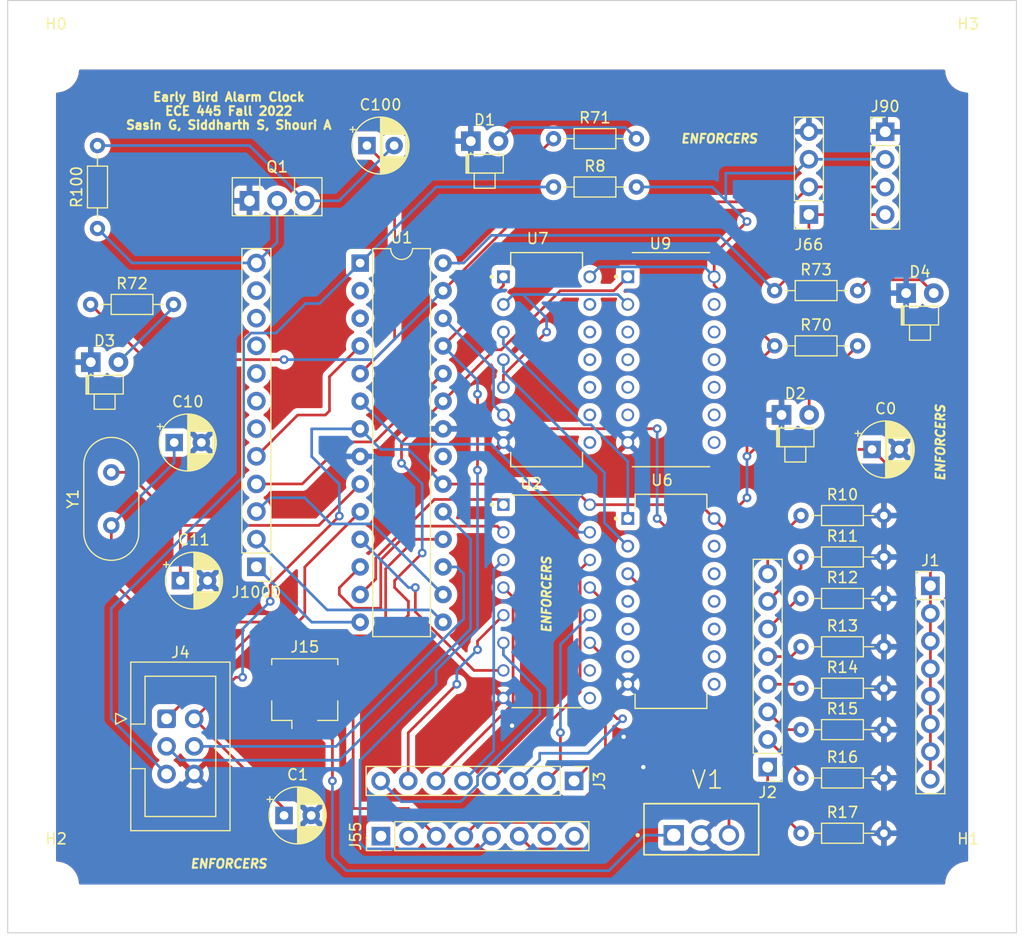
<source format=kicad_pcb>
(kicad_pcb (version 20211014) (generator pcbnew)
  (layers (0 "F.Cu" signal) (31 "B.Cu" signal) (34 "B.Paste" user) (35 "F.Paste" user) (36 "B.SilkS" user "B.Silkscreen") (37 "F.SilkS" user "F.Silkscreen") (38 "B.Mask" user) (39 "F.Mask" user) (44 "Edge.Cuts" user))
  (net 0 "")
  (net 1 "RESET")
  (net 2 "PD3")
  (net 3 "V2Out")
  (net 4 "PD4")
  (net 5 "XTAL1")
  (net 6 "XTAL2")
  (net 7 "PD5")
  (net 8 "PD6")
  (net 9 "PD7")
  (net 10 "MOSI")
  (net 11 "MISO")
  (net 12 "SCK")
  (net 14 "IN1")
  (net 15 "ULT5")
  (net 16 "IN3")
  (net 17 "ULT4")
  (net 18 "SDA")
  (net 19 "SCL")
  (net 20 "Net-(J15-Pad2)")
  (net 21 "Net-(J2-Pad8)")
  (net 22 "Net-(J2-Pad7)")
  (net 23 "Net-(J2-Pad6)")
  (net 24 "Net-(J2-Pad5)")
  (net 25 "Net-(J2-Pad4)")
  (net 26 "Net-(J2-Pad3)")
  (net 27 "Net-(J2-Pad2)")
  (net 28 "Net-(J2-Pad1)")
  (net 29 "ULT3")
  (net 30 "ULT2")
  (net 31 "ULT1")
  (net 32 "IN4")
  (net 33 "IN2")
  (net 34 "D5")
  (net 35 "D6")
  (net 36 "D4")
  (net 37 "D7")
  (net 38 "D2")
  (net 39 "D1")
  (net 40 "D3")
  (net 41 "D0")
  (net 44 "Net-(C100-Pad2)")
  (net 45 "OUT1")
  (net 46 "OUT2")
  (net 47 "OUT3")
  (net 48 "OUT4")
  (net 49 "V1Out")
  (net 50 "Net-(D3-Pad2)")
  (net 51 "GND")
  (net 52 "Net-(D4-Pad2)")
  (net 53 "Net-(U6-Pad1)")
  (net 54 "Net-(U6-Pad2)")
  (net 56 "Net-(D1-Pad2)")
  (net 57 "Net-(D2-Pad2)")
  (net 58 "Net-(J1000-Pad12)")
  (net 59 "Net-(U7-Pad2)")
  (net 60 "ENA")
  (net 61 "ENB")
  (footprint "Resistor_THT:R_Axial_DIN0204_L3.6mm_D1.6mm_P7.62mm_Horizontal" (layer "F.Cu") (at 67.31 53.975 90)
    (fp_text reference "R100")
    (fp_text value "10 kΩ")
  )
  (footprint "Resistor_THT:R_Axial_DIN0204_L3.6mm_D1.6mm_P7.62mm_Horizontal" (layer "F.Cu") (at 131.96369 104.505789)
    (fp_text reference "R16")
    (fp_text value "10 kΩ")
  )
  (footprint "Crystal:Crystal_HC49-U_Vertical" (layer "F.Cu") (at 68.58 81.28 90)
    (fp_text reference "Y1")
    (fp_text value "16 MHz")
  )
  (footprint "MountingHole:MountingHole_3.2mm_M3" (layer "F.Cu") (at 63.5 39.37)
    (fp_text reference "H0")
    (fp_text value "MountingHole")
  )
  (footprint "Connector_PinHeader_2.54mm:PinHeader_1x08_P2.54mm_Vertical" (layer "F.Cu") (at 111.11 104.775 -90)
    (fp_text reference "J3")
    (fp_text value "Shift Register Conn")
  )
  (footprint "Capacitor_THT:CP_Radial_D5.0mm_P2.50mm" (layer "F.Cu") (at 74.359888 73.66)
    (fp_text reference "C10")
    (fp_text value "22 pF")
  )
  (footprint "Connector_PinSocket_2.54mm:PinSocket_1x04_P2.54mm_Vertical" (layer "F.Cu") (at 132.69 52.695 180)
    (fp_text reference "J66")
    (fp_text value "DS3231 RTC Module")
  )
  (footprint "Capacitor_THT:CP_Radial_D5.0mm_P2.50mm" (layer "F.Cu") (at 84.455 107.95)
    (fp_text reference "C1")
    (fp_text value "10 uF")
  )
  (footprint "Resistor_THT:R_Axial_DIN0204_L3.6mm_D1.6mm_P7.62mm_Horizontal" (layer "F.Cu") (at 131.96369 92.440789)
    (fp_text reference "R13")
    (fp_text value "10 kΩ")
  )
  (footprint "or gate:DIP794W45P254L1969H508Q14" (layer "F.Cu") (at 120.015 88.265)
    (fp_text reference "U6")
    (fp_text value "74LS32")
  )
  (footprint "Connector_PinHeader_2.54mm:PinHeader_1x08_P2.54mm_Vertical" (layer "F.Cu") (at 93.36 109.855 90)
    (fp_text reference "J55")
    (fp_text value "Motor Driver Conn.")
  )
  (footprint "Capacitor_THT:CP_Radial_D5.0mm_P2.50mm" (layer "F.Cu") (at 138.494888 74.295)
    (fp_text reference "C0")
    (fp_text value "4.7 uF")
  )
  (footprint "MountingHole:MountingHole_3.2mm_M3" (layer "F.Cu") (at 147.32 114.3)
    (fp_text reference "H1")
    (fp_text value "MountingHole")
  )
  (footprint "Connector_PinHeader_2.54mm:PinHeader_1x04_P2.54mm_Vertical" (layer "F.Cu") (at 139.7 45.085)
    (fp_text reference "J90")
    (fp_text value "LCD Conn.")
  )
  (footprint "Resistor_THT:R_Axial_DIN0204_L3.6mm_D1.6mm_P7.62mm_Horizontal" (layer "F.Cu") (at 131.96369 80.375789)
    (fp_text reference "R10")
    (fp_text value "10 kΩ")
  )
  (footprint "Resistor_THT:R_Axial_DIN0204_L3.6mm_D1.6mm_P7.62mm_Horizontal" (layer "F.Cu") (at 131.96369 87.995789)
    (fp_text reference "R12")
    (fp_text value "10 kΩ")
  )
  (footprint "LED_THT:LED_D1.8mm_W1.8mm_H2.4mm_Horizontal_O1.27mm_Z1.6mm" (layer "F.Cu") (at 141.625 59.92)
    (fp_text reference "D4")
    (fp_text value "LED1")
  )
  (footprint "LED_THT:LED_D1.8mm_W1.8mm_H2.4mm_Horizontal_O1.27mm_Z1.6mm" (layer "F.Cu") (at 130.175 71.12)
    (fp_text reference "D2")
    (fp_text value "LED1")
  )
  (footprint "Resistor_THT:R_Axial_DIN0204_L3.6mm_D1.6mm_P7.62mm_Horizontal" (layer "F.Cu") (at 129.54 59.69)
    (fp_text reference "R73")
    (fp_text value "220 Ω")
  )
  (footprint "Package_DIP:DIP-28_W7.62mm" (layer "F.Cu") (at 91.45 57.16)
    (fp_text reference "U1")
    (fp_text value "ATmega328-P")
  )
  (footprint "Connector_IDC:IDC-Header_2x03_P2.54mm_Vertical" (layer "F.Cu") (at 73.66 99.06)
    (fp_text reference "J4")
    (fp_text value "AVR-ISP-6")
  )
  (footprint "Connector_PinHeader_2.54mm:PinHeader_1x08_P2.54mm_Vertical" (layer "F.Cu") (at 143.856304 86.840768)
    (fp_text reference "J1")
    (fp_text value "Volt. Conn.")
  )
  (footprint "CD74HC165E:DIP794W45P254L1969H508Q16" (layer "F.Cu") (at 108.585 88.265)
    (fp_text reference "U2")
    (fp_text value "74HC165")
  )
  (footprint "Resistor_THT:R_Axial_DIN0204_L3.6mm_D1.6mm_P7.62mm_Horizontal" (layer "F.Cu") (at 129.54 64.77)
    (fp_text reference "R70")
    (fp_text value "220 Ω")
  )
  (footprint "notgate:DIP794W46P254L1969H533Q14" (layer "F.Cu") (at 120.015 66.04)
    (fp_text reference "U9")
    (fp_text value "74LS04")
  )
  (footprint "Resistor_THT:R_Axial_DIN0204_L3.6mm_D1.6mm_P7.62mm_Horizontal" (layer "F.Cu") (at 131.96369 109.585789)
    (fp_text reference "R17")
    (fp_text value "10 kΩ")
  )
  (footprint "Resistor_THT:R_Axial_DIN0204_L3.6mm_D1.6mm_P7.62mm_Horizontal" (layer "F.Cu") (at 109.22 45.72)
    (fp_text reference "R71")
    (fp_text value "220 Ω")
  )
  (footprint "Package_TO_SOT_THT:TO-126-3_Vertical" (layer "F.Cu") (at 81.28 51.435)
    (fp_text reference "Q1")
    (fp_text value "BD135")
  )
  (footprint "Connector_Molex:Molex_CLIK-Mate_502382-0270_1x02-1MP_P1.25mm_Vertical" (layer "F.Cu") (at 86.36 97.155)
    (fp_text reference "J15")
    (fp_text value "Vin")
  )
  (footprint "MountingHole:MountingHole_3.2mm_M3" (layer "F.Cu") (at 63.5 114.3)
    (fp_text reference "H2")
    (fp_text value "MountingHole")
  )
  (footprint "LM7805CT_NOPB:TO254P1054X470X2600-3" (layer "F.Cu") (at 120.2675 109.768)
    (fp_text reference "V1")
    (fp_text value "5V")
  )
  (footprint "and:DIP794W45P254L1969H508Q14" (layer "F.Cu") (at 108.585 66.04)
    (fp_text reference "U7")
    (fp_text value "4081")
  )
  (footprint "Resistor_THT:R_Axial_DIN0204_L3.6mm_D1.6mm_P7.62mm_Horizontal" (layer "F.Cu") (at 131.96369 96.250789)
    (fp_text reference "R14")
    (fp_text value "10 kΩ")
  )
  (footprint "LED_THT:LED_D1.8mm_W1.8mm_H2.4mm_Horizontal_O1.27mm_Z1.6mm" (layer "F.Cu") (at 101.62 45.95)
    (fp_text reference "D1")
    (fp_text value "LED1")
  )
  (footprint "Capacitor_THT:CP_Radial_D5.0mm_P2.50mm" (layer "F.Cu") (at 74.93 86.36)
    (fp_text reference "C11")
    (fp_text value "22 pF")
  )
  (footprint "MountingHole:MountingHole_3.2mm_M3" (layer "F.Cu") (at 147.32 39.37)
    (fp_text reference "H3")
    (fp_text value "MountingHole")
  )
  (footprint "Capacitor_THT:CP_Radial_D5.0mm_P2.50mm" (layer "F.Cu") (at 92.075 46.355)
    (fp_text reference "C100")
    (fp_text value "100 uF")
  )
  (footprint "Resistor_THT:R_Axial_DIN0204_L3.6mm_D1.6mm_P7.62mm_Horizontal" (layer "F.Cu") (at 131.96369 84.185789)
    (fp_text reference "R11")
    (fp_text value "10 kΩ")
  )
  (footprint "Connector_PinHeader_2.54mm:PinHeader_1x12_P2.54mm_Vertical" (layer "F.Cu") (at 81.915 85.09 180)
    (fp_text reference "J1000")
    (fp_text value "Speaker, Driver & Ultrasonic Conn.")
  )
  (footprint "LED_THT:LED_D1.8mm_W1.8mm_H2.4mm_Horizontal_O1.27mm_Z1.6mm" (layer "F.Cu") (at 66.695 66.27)
    (fp_text reference "D3")
    (fp_text value "LED1")
  )
  (footprint "Resistor_THT:R_Axial_DIN0204_L3.6mm_D1.6mm_P7.62mm_Horizontal" (layer "F.Cu") (at 109.22 50.165)
    (fp_text reference "R8")
    (fp_text value "10kΩ")
  )
  (footprint "Connector_PinHeader_2.54mm:PinHeader_1x08_P2.54mm_Vertical" (layer "F.Cu") (at 128.905 103.505 180)
    (fp_text reference "J2")
    (fp_text value "Ground Conn.")
  )
  (footprint "Resistor_THT:R_Axial_DIN0204_L3.6mm_D1.6mm_P7.62mm_Horizontal" (layer "F.Cu") (at 131.96369 100.060789)
    (fp_text reference "R15")
    (fp_text value "10 kΩ")
  )
  (footprint "Resistor_THT:R_Axial_DIN0204_L3.6mm_D1.6mm_P7.62mm_Horizontal" (layer "F.Cu") (at 66.675 60.96)
    (fp_text reference "R72")
    (fp_text value "220 Ω")
  )
  (gr_rect (start 59.055 33.02) (end 151.765 118.745) (layer "Edge.Cuts") (width 0.1) (fill none))
  (gr_text "ENFORCERS" (at 108.585 87.63 90) (layer "F.SilkS") (effects (font (size 0.8 0.8) (thickness 0.2) italic)))
  (gr_text "ENFORCERS\n" (at 79.375 112.395) (layer "F.SilkS") (effects (font (size 0.8 0.8) (thickness 0.2) italic)))
  (gr_text "ENFORCERS" (at 124.46 45.72) (layer "F.SilkS") (effects (font (size 0.8 0.8) (thickness 0.2) italic)))
  (gr_text "ENFORCERS" (at 144.78 73.66 90) (layer "F.SilkS") (effects (font (size 0.8 0.8) (thickness 0.2) italic)))
  (gr_text "Early Bird Alarm Clock\nECE 445 Fall 2022\nSasin G, Siddharth S, Shouri A" (at 79.375 43.18) (layer "F.SilkS") (effects (font (size 0.8 0.8) (thickness 0.2))))
  (segment (start 109.22 50.165) (end 98.445 50.165) (width 0.25) (layer "B.Cu") (net 1))
  (segment (start 68.58 88.9) (end 80.74 76.74) (width 0.25) (layer "B.Cu") (net 1))
  (segment (start 86.44 60.88) (end 87.73 60.88) (width 0.25) (layer "B.Cu") (net 1))
  (segment (start 81.428299 63.595) (end 83.725 63.595) (width 0.25) (layer "B.Cu") (net 1))
  (segment (start 73.66 104.14) (end 68.58 99.06) (width 0.25) (layer "B.Cu") (net 1))
  (segment (start 80.74 64.283299) (end 81.428299 63.595) (width 0.25) (layer "B.Cu") (net 1))
  (segment (start 68.58 99.06) (end 68.58 88.9) (width 0.25) (layer "B.Cu") (net 1))
  (segment (start 80.74 76.74) (end 80.74 64.283299) (width 0.25) (layer "B.Cu") (net 1))
  (segment (start 98.445 50.165) (end 91.45 57.16) (width 0.25) (layer "B.Cu") (net 1))
  (segment (start 87.73 60.88) (end 91.45 57.16) (width 0.25) (layer "B.Cu") (net 1))
  (segment (start 83.725 63.595) (end 86.44 60.88) (width 0.25) (layer "B.Cu") (net 1))
  (segment (start 94.615 64.155) (end 91.45 67.32) (width 0.25) (layer "F.Cu") (net 2))
  (segment (start 106.045 48.895) (end 94.615 48.895) (width 0.25) (layer "F.Cu") (net 2))
  (segment (start 109.22 45.72) (end 106.045 48.895) (width 0.25) (layer "F.Cu") (net 2))
  (segment (start 94.615 48.895) (end 94.615 64.155) (width 0.25) (layer "F.Cu") (net 2))
  (segment (start 92.075 46.355) (end 94.615 48.895) (width 0.25) (layer "F.Cu") (net 2))
  (segment (start 91.45 69.86) (end 95.405 73.815) (width 0.25) (layer "B.Cu") (net 4))
  (segment (start 95.405 73.815) (end 103.483065 73.815) (width 0.25) (layer "B.Cu") (net 4))
  (segment (start 111.583065 81.915) (end 112.555 81.915) (width 0.25) (layer "B.Cu") (net 4))
  (segment (start 103.483065 73.815) (end 111.583065 81.915) (width 0.25) (layer "B.Cu") (net 4))
  (segment (start 74.93 81.28) (end 74.93 86.36) (width 0.25) (layer "F.Cu") (net 5))
  (segment (start 87.65 81.28) (end 74.93 81.28) (width 0.25) (layer "F.Cu") (net 5))
  (segment (start 91.45 77.48) (end 87.65 81.28) (width 0.25) (layer "F.Cu") (net 5))
  (segment (start 68.58 76.4) (end 70.05 76.4) (width 0.25) (layer "F.Cu") (net 5))
  (segment (start 70.05 76.4) (end 74.93 81.28) (width 0.25) (layer "F.Cu") (net 5))
  (segment (start 91.45 80.02) (end 86.36 85.11) (width 0.25) (layer "F.Cu") (net 6))
  (segment (start 68.58 86.36) (end 68.58 81.28) (width 0.25) (layer "F.Cu") (net 6))
  (segment (start 86.36 85.11) (end 86.36 89.535) (width 0.25) (layer "F.Cu") (net 6))
  (segment (start 85.725 90.17) (end 72.39 90.17) (width 0.25) (layer "F.Cu") (net 6))
  (segment (start 86.36 89.535) (end 85.725 90.17) (width 0.25) (layer "F.Cu") (net 6))
  (segment (start 72.39 90.17) (end 68.58 86.36) (width 0.25) (layer "F.Cu") (net 6))
  (segment (start 74.359888 75.500112) (end 68.58 81.28) (width 0.25) (layer "B.Cu") (net 6))
  (segment (start 74.359888 73.66) (end 74.359888 75.500112) (width 0.25) (layer "B.Cu") (net 6))
  (segment (start 96.52 89.220991) (end 101.914009 94.615) (width 0.25) (layer "F.Cu") (net 7))
  (segment (start 101.914009 94.615) (end 104.615 94.615) (width 0.25) (layer "F.Cu") (net 7))
  (segment (start 96.52 86.995) (end 96.52 89.220991) (width 0.25) (layer "F.Cu") (net 7))
  (via (at 96.52 86.995) (size 0.8) (drill 0.4) (layers "F.Cu" "B.Cu") (net 7))
  (segment (start 91.45 82.56) (end 95.885 86.995) (width 0.25) (layer "B.Cu") (net 7))
  (segment (start 95.885 86.995) (end 96.52 86.995) (width 0.25) (layer "B.Cu") (net 7))
  (segment (start 89.535 87.63) (end 89.535 87.015) (width 0.25) (layer "F.Cu") (net 8))
  (segment (start 93.345 84.456396) (end 93.345 88.9) (width 0.25) (layer "F.Cu") (net 8))
  (segment (start 104.615 81.915) (end 104.05 81.35) (width 0.25) (layer "F.Cu") (net 8))
  (segment (start 96.451396 81.35) (end 93.345 84.456396) (width 0.25) (layer "F.Cu") (net 8))
  (segment (start 89.535 87.015) (end 91.45 85.1) (width 0.25) (layer "F.Cu") (net 8))
  (segment (start 90.805 88.9) (end 89.535 87.63) (width 0.25) (layer "F.Cu") (net 8))
  (segment (start 93.345 88.9) (end 90.805 88.9) (width 0.25) (layer "F.Cu") (net 8))
  (segment (start 104.05 81.35) (end 96.451396 81.35) (width 0.25) (layer "F.Cu") (net 8))
  (segment (start 92.881801 84.283199) (end 92.881801 86.208199) (width 0.25) (layer "F.Cu") (net 9))
  (segment (start 104.615 79.375) (end 104.135 78.895) (width 0.25) (layer "F.Cu") (net 9))
  (segment (start 92.881801 86.208199) (end 91.45 87.64) (width 0.25) (layer "F.Cu") (net 9))
  (segment (start 104.135 78.895) (end 98.27 78.895) (width 0.25) (layer "F.Cu") (net 9))
  (segment (start 98.27 78.895) (end 92.881801 84.283199) (width 0.25) (layer "F.Cu") (net 9))
  (segment (start 100.965 85.725) (end 100.34 85.1) (width 0.25) (layer "B.Cu") (net 10))
  (segment (start 100.965 89.875991) (end 100.965 85.725) (width 0.25) (layer "B.Cu") (net 10))
  (segment (start 76.2 101.6) (end 89.240991 101.6) (width 0.25) (layer "B.Cu") (net 10))
  (segment (start 89.240991 101.6) (end 100.965 89.875991) (width 0.25) (layer "B.Cu") (net 10))
  (segment (start 100.34 85.1) (end 99.07 85.1) (width 0.25) (layer "B.Cu") (net 10))
  (segment (start 92.438602 91.44) (end 93.795 90.083602) (width 0.25) (layer "F.Cu") (net 11))
  (segment (start 93.795 90.083602) (end 93.795 85.275) (width 0.25) (layer "F.Cu") (net 11))
  (segment (start 81.28 91.44) (end 92.438602 91.44) (width 0.25) (layer "F.Cu") (net 11))
  (segment (start 96.51 82.56) (end 99.07 82.56) (width 0.25) (layer "F.Cu") (net 11))
  (segment (start 73.66 99.06) (end 81.28 91.44) (width 0.25) (layer "F.Cu") (net 11))
  (segment (start 93.795 85.275) (end 96.51 82.56) (width 0.25) (layer "F.Cu") (net 11))
  (segment (start 74.93 102.87) (end 73.66 101.6) (width 0.25) (layer "B.Cu") (net 12))
  (segment (start 101.6 82.55) (end 101.6 90.805) (width 0.25) (layer "B.Cu") (net 12))
  (segment (start 89.535 102.87) (end 74.93 102.87) (width 0.25) (layer "B.Cu") (net 12))
  (segment (start 99.07 80.02) (end 101.6 82.55) (width 0.25) (layer "B.Cu") (net 12))
  (segment (start 101.6 90.805) (end 89.535 102.87) (width 0.25) (layer "B.Cu") (net 12))
  (segment (start 109.844302 59.700698) (end 104.415 65.13) (width 0.25) (layer "F.Cu") (net 14))
  (segment (start 90.805 107.315) (end 90.805 94.615) (width 0.25) (layer "F.Cu") (net 14))
  (segment (start 98.44 109.855) (end 95.9 107.315) (width 0.25) (layer "F.Cu") (net 14))
  (segment (start 103.8 65.13) (end 99.07 69.86) (width 0.25) (layer "F.Cu") (net 14))
  (segment (start 95.9 107.315) (end 90.805 107.315) (width 0.25) (layer "F.Cu") (net 14))
  (segment (start 95.25 73.68) (end 99.07 69.86) (width 0.25) (layer "F.Cu") (net 14))
  (segment (start 95.25 75.565) (end 95.25 73.68) (width 0.25) (layer "F.Cu") (net 14))
  (segment (start 116.045 58.42) (end 114.764302 59.700698) (width 0.25) (layer "F.Cu") (net 14))
  (segment (start 104.415 65.13) (end 103.8 65.13) (width 0.25) (layer "F.Cu") (net 14))
  (segment (start 94.615 86.995) (end 94.615 86.36) (width 0.25) (layer "F.Cu") (net 14))
  (segment (start 94.615 86.36) (end 97.155 83.82) (width 0.25) (layer "F.Cu") (net 14))
  (segment (start 114.764302 59.700698) (end 109.844302 59.700698) (width 0.25) (layer "F.Cu") (net 14))
  (segment (start 95.885 88.265) (end 94.615 86.995) (width 0.25) (layer "F.Cu") (net 14))
  (segment (start 95.885 89.535) (end 95.885 88.265) (width 0.25) (layer "F.Cu") (net 14))
  (segment (start 90.805 94.615) (end 95.885 89.535) (width 0.25) (layer "F.Cu") (net 14))
  (via (at 97.155 83.82) (size 0.8) (drill 0.4) (layers "F.Cu" "B.Cu") (net 14))
  (via (at 95.25 75.565) (size 0.8) (drill 0.4) (layers "F.Cu" "B.Cu") (net 14))
  (segment (start 97.155 83.82) (end 97.155 77.47) (width 0.25) (layer "B.Cu") (net 14))
  (segment (start 97.155 77.47) (end 95.25 75.565) (width 0.25) (layer "B.Cu") (net 14))
  (segment (start 85.713222 71.131778) (end 81.915 74.93) (width 0.25) (layer "F.Cu") (net 15))
  (segment (start 88.631443 67.598557) (end 88.631443 70.753557) (width 0.25) (layer "F.Cu") (net 15))
  (segment (start 91.45 64.78) (end 88.631443 67.598557) (width 0.25) (layer "F.Cu") (net 15))
  (segment (start 88.631443 70.753557) (end 88.253222 71.131778) (width 0.25) (layer "F.Cu") (net 15))
  (segment (start 88.253222 71.131778) (end 85.713222 71.131778) (width 0.25) (layer "F.Cu") (net 15))
  (segment (start 102.235 76.2) (end 102.235 69.215) (width 0.25) (layer "F.Cu") (net 16))
  (segment (start 104.615 59.235) (end 104.615 58.42) (width 0.25) (layer "F.Cu") (net 16))
  (segment (start 99.07 64.78) (end 104.615 59.235) (width 0.25) (layer "F.Cu") (net 16))
  (via (at 102.235 69.215) (size 0.8) (drill 0.4) (layers "F.Cu" "B.Cu") (net 16))
  (via (at 102.235 76.2) (size 0.8) (drill 0.4) (layers "F.Cu" "B.Cu") (net 16))
  (segment (start 102.345 111.03) (end 91.98 111.03) (width 0.25) (layer "B.Cu") (net 16))
  (segment (start 91.44 110.49) (end 91.44 102.87) (width 0.25) (layer "B.Cu") (net 16))
  (segment (start 102.235 67.945) (end 99.07 64.78) (width 0.25) (layer "B.Cu") (net 16))
  (segment (start 102.235 69.215) (end 102.235 67.945) (width 0.25) (layer "B.Cu") (net 16))
  (segment (start 91.44 102.87) (end 98.425 95.885) (width 0.25) (layer "B.Cu") (net 16))
  (segment (start 103.52 109.855) (end 102.345 111.03) (width 0.25) (layer "B.Cu") (net 16))
  (segment (start 98.425 94.616396) (end 102.235 90.806396) (width 0.25) (layer "B.Cu") (net 16))
  (segment (start 98.425 95.885) (end 98.425 94.616396) (width 0.25) (layer "B.Cu") (net 16))
  (segment (start 91.98 111.03) (end 91.44 110.49) (width 0.25) (layer "B.Cu") (net 16))
  (segment (start 102.235 90.806396) (end 102.235 76.2) (width 0.25) (layer "B.Cu") (net 16))
  (segment (start 86.131701 77.47) (end 89.996399 73.605302) (width 0.25) (layer "F.Cu") (net 17))
  (segment (start 89.996399 73.605302) (end 92.784698 73.605302) (width 0.25) (layer "F.Cu") (net 17))
  (segment (start 92.784698 73.605302) (end 99.07 67.32) (width 0.25) (layer "F.Cu") (net 17))
  (segment (start 81.915 77.47) (end 86.131701 77.47) (width 0.25) (layer "F.Cu") (net 17))
  (segment (start 107.242821 51.527179) (end 131.317821 51.527179) (width 0.25) (layer "F.Cu") (net 18))
  (segment (start 99.07 59.7) (end 107.242821 51.527179) (width 0.25) (layer "F.Cu") (net 18))
  (segment (start 71.755 66.04) (end 66.675 60.96) (width 0.25) (layer "F.Cu") (net 18))
  (segment (start 139.69 50.155) (end 139.7 50.165) (width 0.25) (layer "F.Cu") (net 18))
  (segment (start 84.455 66.04) (end 71.755 66.04) (width 0.25) (layer "F.Cu") (net 18))
  (segment (start 131.317821 51.527179) (end 132.69 50.155) (width 0.25) (layer "F.Cu") (net 18))
  (segment (start 132.69 50.155) (end 139.69 50.155) (width 0.25) (layer "F.Cu") (net 18))
  (via (at 84.455 66.04) (size 0.8) (drill 0.4) (layers "F.Cu" "B.Cu") (net 18))
  (segment (start 99.07 59.7) (end 92.73 66.04) (width 0.25) (layer "B.Cu") (net 18))
  (segment (start 92.73 66.04) (end 84.455 66.04) (width 0.25) (layer "B.Cu") (net 18))
  (segment (start 132.7 52.705) (end 132.69 52.695) (width 0.25) (layer "F.Cu") (net 19))
  (segment (start 132.69 52.695) (end 132.69 56.54) (width 0.25) (layer "F.Cu") (net 19))
  (segment (start 139.7 52.705) (end 132.7 52.705) (width 0.25) (layer "F.Cu") (net 19))
  (segment (start 132.69 56.54) (end 129.54 59.69) (width 0.25) (layer "F.Cu") (net 19))
  (segment (start 100.955 57.16) (end 99.07 57.16) (width 0.25) (layer "B.Cu") (net 19))
  (segment (start 124.46 54.61) (end 103.505 54.61) (width 0.25) (layer "B.Cu") (net 19))
  (segment (start 129.54 59.69) (end 124.46 54.61) (width 0.25) (layer "B.Cu") (net 19))
  (segment (start 103.505 54.61) (end 100.955 57.16) (width 0.25) (layer "B.Cu") (net 19))
  (segment (start 88.9 101.02) (end 86.985 99.105) (width 0.25) (layer "F.Cu") (net 20))
  (segment (start 88.9 104.775) (end 88.9 101.02) (width 0.25) (layer "F.Cu") (net 20))
  (via (at 88.9 104.775) (size 0.8) (drill 0.4) (layers "F.Cu" "B.Cu") (net 20))
  (segment (start 117.562 109.768) (end 114.3 113.03) (width 0.25) (layer "B.Cu") (net 20))
  (segment (start 120.2675 109.768) (end 117.562 109.768) (width 0.25) (layer "B.Cu") (net 20))
  (segment (start 114.3 113.03) (end 90.17 113.03) (width 0.25) (layer "B.Cu") (net 20))
  (segment (start 88.9 111.76) (end 88.9 104.775) (width 0.25) (layer "B.Cu") (net 20))
  (segment (start 90.17 113.03) (end 88.9 111.76) (width 0.25) (layer "B.Cu") (net 20))
  (segment (start 128.905 85.725) (end 128.905 83.434479) (width 0.25) (layer "F.Cu") (net 21))
  (segment (start 128.905 83.434479) (end 131.96369 80.375789) (width 0.25) (layer "F.Cu") (net 21))
  (segment (start 131.96369 85.20631) (end 131.96369 84.185789) (width 0.25) (layer "F.Cu") (net 22))
  (segment (start 128.905 88.265) (end 131.96369 85.20631) (width 0.25) (layer "F.Cu") (net 22))
  (segment (start 128.905 90.805) (end 131.714211 87.995789) (width 0.25) (layer "F.Cu") (net 23))
  (segment (start 131.714211 87.995789) (end 131.96369 87.995789) (width 0.25) (layer "F.Cu") (net 23))
  (segment (start 128.905 93.345) (end 131.059479 93.345) (width 0.25) (layer "F.Cu") (net 24))
  (segment (start 131.059479 93.345) (end 131.96369 92.440789) (width 0.25) (layer "F.Cu") (net 24))
  (segment (start 128.905 95.885) (end 131.597901 95.885) (width 0.25) (layer "F.Cu") (net 25))
  (segment (start 131.597901 95.885) (end 131.96369 96.250789) (width 0.25) (layer "F.Cu") (net 25))
  (segment (start 128.905 98.425) (end 130.540789 100.060789) (width 0.25) (layer "F.Cu") (net 26))
  (segment (start 130.540789 100.060789) (end 131.96369 100.060789) (width 0.25) (layer "F.Cu") (net 26))
  (segment (start 131.96369 104.02369) (end 131.96369 104.505789) (width 0.25) (layer "F.Cu") (net 27))
  (segment (start 128.905 100.965) (end 131.96369 104.02369) (width 0.25) (layer "F.Cu") (net 27))
  (segment (start 128.905 106.527099) (end 131.96369 109.585789) (width 0.25) (layer "F.Cu") (net 28))
  (segment (start 128.905 103.505) (end 128.905 106.527099) (width 0.25) (layer "F.Cu") (net 28))
  (segment (start 86.36 78.74) (end 83.185 78.74) (width 0.25) (layer "B.Cu") (net 29))
  (segment (start 92.575 81.145) (end 88.765 81.145) (width 0.25) (layer "B.Cu") (net 29))
  (segment (start 88.765 81.145) (end 86.36 78.74) (width 0.25) (layer "B.Cu") (net 29))
  (segment (start 99.07 87.64) (end 92.575 81.145) (width 0.25) (layer "B.Cu") (net 29))
  (segment (start 83.185 78.74) (end 81.915 80.01) (width 0.25) (layer "B.Cu") (net 29))
  (segment (start 88.42 89.055) (end 81.915 82.55) (width 0.25) (layer "B.Cu") (net 30))
  (segment (start 97.945 89.055) (end 88.42 89.055) (width 0.25) (layer "B.Cu") (net 30))
  (segment (start 99.07 90.18) (end 97.945 89.055) (width 0.25) (layer "B.Cu") (net 30))
  (segment (start 87.005 90.18) (end 91.45 90.18) (width 0.25) (layer "B.Cu") (net 31))
  (segment (start 81.915 85.09) (end 87.005 90.18) (width 0.25) (layer "B.Cu") (net 31))
  (segment (start 105.885 72.39) (end 104.615 71.12) (width 0.25) (layer "F.Cu") (net 32))
  (segment (start 120.015 103.511444) (end 120.015 81.915) (width 0.25) (layer "F.Cu") (net 32))
  (segment (start 107.235 111.03) (end 112.496444 111.03) (width 0.25) (layer "F.Cu") (net 32))
  (segment (start 112.496444 111.03) (end 120.015 103.511444) (width 0.25) (layer "F.Cu") (net 32))
  (segment (start 120.015 81.915) (end 118.745 80.645) (width 0.25) (layer "F.Cu") (net 32))
  (segment (start 118.745 72.39) (end 105.885 72.39) (width 0.25) (layer "F.Cu") (net 32))
  (segment (start 106.06 109.855) (end 107.235 111.03) (width 0.25) (layer "F.Cu") (net 32))
  (via (at 118.745 80.645) (size 0.8) (drill 0.4) (layers "F.Cu" "B.Cu") (net 32))
  (via (at 118.745 72.39) (size 0.8) (drill 0.4) (layers "F.Cu" "B.Cu") (net 32))
  (segment (start 103.705 66.875) (end 103.705 70.21) (width 0.25) (layer "B.Cu") (net 32))
  (segment (start 103.705 70.21) (end 104.615 71.12) (width 0.25) (layer "B.Cu") (net 32))
  (segment (start 99.07 62.24) (end 103.705 66.875) (width 0.25) (layer "B.Cu") (net 32))
  (segment (start 118.745 80.645) (end 118.745 72.39) (width 0.25) (layer "B.Cu") (net 32))
  (segment (start 117.471174 100.94527) (end 109.831444 108.585) (width 0.25) (layer "F.Cu") (net 33))
  (segment (start 102.25 108.585) (end 100.98 109.855) (width 0.25) (layer "F.Cu") (net 33))
  (segment (start 109.831444 108.585) (end 102.25 108.585) (width 0.25) (layer "F.Cu") (net 33))
  (segment (start 116.045 85.725) (end 117.471174 87.151174) (width 0.25) (layer "F.Cu") (net 33))
  (segment (start 117.471174 87.151174) (end 117.471174 100.94527) (width 0.25) (layer "F.Cu") (net 33))
  (segment (start 105.505 97.68) (end 105.505 87.885) (width 0.25) (layer "F.Cu") (net 34))
  (segment (start 105.505 87.885) (end 104.615 86.995) (width 0.25) (layer "F.Cu") (net 34))
  (segment (start 98.41 104.775) (end 105.505 97.68) (width 0.25) (layer "F.Cu") (net 34))
  (segment (start 95.87 104.775) (end 95.87 100.345) (width 0.25) (layer "F.Cu") (net 35))
  (segment (start 102.235 91.915) (end 104.615 89.535) (width 0.25) (layer "F.Cu") (net 35))
  (segment (start 95.87 100.345) (end 100.33 95.885) (width 0.25) (layer "F.Cu") (net 35))
  (segment (start 102.235 92.71) (end 102.235 91.915) (width 0.25) (layer "F.Cu") (net 35))
  (via (at 100.33 95.885) (size 0.8) (drill 0.4) (layers "F.Cu" "B.Cu") (net 35))
  (via (at 102.235 92.71) (size 0.8) (drill 0.4) (layers "F.Cu" "B.Cu") (net 35))
  (segment (start 100.33 94.615) (end 102.235 92.71) (width 0.25) (layer "B.Cu") (net 35))
  (segment (start 100.33 95.885) (end 100.33 94.615) (width 0.25) (layer "B.Cu") (net 35))
  (segment (start 104.615 84.455) (end 103.725 85.345) (width 0.25) (layer "B.Cu") (net 36))
  (segment (start 103.725 85.345) (end 103.725 102) (width 0.25) (layer "B.Cu") (net 36))
  (segment (start 103.725 102) (end 100.95 104.775) (width 0.25) (layer "B.Cu") (net 36))
  (segment (start 107.95 98.653299) (end 102.235 104.368299) (width 0.25) (layer "B.Cu") (net 37))
  (segment (start 102.235 104.368299) (end 102.235 105.151701) (width 0.25) (layer "B.Cu") (net 37))
  (segment (start 104.615 93.185) (end 107.95 96.52) (width 0.25) (layer "B.Cu") (net 37))
  (segment (start 100.706701 106.68) (end 95.235 106.68) (width 0.25) (layer "B.Cu") (net 37))
  (segment (start 102.235 105.151701) (end 100.706701 106.68) (width 0.25) (layer "B.Cu") (net 37))
  (segment (start 107.95 96.52) (end 107.95 98.653299) (width 0.25) (layer "B.Cu") (net 37))
  (segment (start 104.615 92.075) (end 104.615 93.185) (width 0.25) (layer "B.Cu") (net 37))
  (segment (start 95.235 106.68) (end 93.33 104.775) (width 0.25) (layer "B.Cu") (net 37))
  (segment (start 112.555 86.995) (end 114.3 88.74) (width 0.25) (layer "F.Cu") (net 38))
  (segment (start 114.3 88.9) (end 114.440316 89.040316) (width 0.25) (layer "F.Cu") (net 38))
  (segment (start 115.075316 99.06) (end 115.57 99.06) (width 0.25) (layer "F.Cu") (net 38))
  (segment (start 114.3 88.74) (end 114.3 88.9) (width 0.25) (layer "F.Cu") (net 38))
  (segment (start 114.440316 89.040316) (end 114.440316 98.425) (width 0.25) (layer "F.Cu") (net 38))
  (segment (start 114.440316 98.425) (end 115.075316 99.06) (width 0.25) (layer "F.Cu") (net 38))
  (via (at 115.57 99.06) (size 0.8) (drill 0.4) (layers "F.Cu" "B.Cu") (net 38))
  (segment (start 107.95 102.235) (end 107.95 102.855) (width 0.25) (layer "B.Cu") (net 38))
  (segment (start 107.95 102.855) (end 106.03 104.775) (width 0.25) (layer "B.Cu") (net 38))
  (segment (start 112.395 102.235) (end 107.95 102.235) (width 0.25) (layer "B.Cu") (net 38))
  (segment (start 115.57 99.06) (end 112.395 102.235) (width 0.25) (layer "B.Cu") (net 38))
  (segment (start 109.855 100.33) (end 109.855 103.49) (width 0.25) (layer "F.Cu") (net 39))
  (segment (start 109.855 103.49) (end 108.57 104.775) (width 0.25) (layer "F.Cu") (net 39))
  (via (at 109.855 100.33) (size 0.8) (drill 0.4) (layers "F.Cu" "B.Cu") (net 39))
  (segment (start 112.555 89.535) (end 109.855 92.235) (width 0.25) (layer "B.Cu") (net 39))
  (segment (start 109.855 92.235) (end 109.855 100.33) (width 0.25) (layer "B.Cu") (net 39))
  (segment (start 111.665 85.345) (end 111.665 96.6) (width 0.25) (layer "F.Cu") (net 40))
  (segment (start 111.665 96.6) (end 103.49 104.775) (width 0.25) (layer "F.Cu") (net 40))
  (segment (start 112.555 84.455) (end 111.665 85.345) (width 0.25) (layer "F.Cu") (net 40))
  (segment (start 113.990316 93.510316) (end 112.555 92.075) (width 0.25) (layer "F.Cu") (net 41))
  (segment (start 111.11 104.775) (end 113.990316 101.894684) (width 0.25) (layer "F.Cu") (net 41))
  (segment (start 113.990316 101.894684) (end 113.990316 93.510316) (width 0.25) (layer "F.Cu") (net 41))
  (segment (start 89.495 51.435) (end 86.36 51.435) (width 0.25) (layer "B.Cu") (net 44))
  (segment (start 94.575 46.355) (end 89.495 51.435) (width 0.25) (layer "B.Cu") (net 44))
  (segment (start 67.31 46.355) (end 81.28 46.355) (width 0.25) (layer "B.Cu") (net 44))
  (segment (start 81.28 46.355) (end 86.36 51.435) (width 0.25) (layer "B.Cu") (net 44))
  (segment (start 84.455 107.95) (end 84.455 107.315) (width 0.25) (layer "F.Cu") (net 49))
  (segment (start 125.3475 82.0075) (end 125.3475 109.768) (width 0.25) (layer "F.Cu") (net 49))
  (segment (start 123.985 80.645) (end 125.3475 82.0075) (width 0.25) (layer "F.Cu") (net 49))
  (segment (start 99.07 77.48) (end 110.66 77.48) (width 0.25) (layer "F.Cu") (net 49))
  (segment (start 76.2 99.06) (end 80.01 95.25) (width 0.25) (layer "F.Cu") (net 49))
  (segment (start 129.54 64.77) (end 123.985 59.215) (width 0.25) (layer "F.Cu") (net 49))
  (segment (start 112.555 79.375) (end 122.715 79.375) (width 0.25) (layer "F.Cu") (net 49))
  (segment (start 127 74.93) (end 127 67.31) (width 0.25) (layer "F.Cu") (net 49))
  (segment (start 123.985 59.215) (end 123.985 58.42) (width 0.25) (layer "F.Cu") (net 49))
  (segment (start 122.715 79.375) (end 123.985 80.645) (width 0.25) (layer "F.Cu") (net 49))
  (segment (start 123.985 58.42) (end 123.985 56.355) (width 0.25) (layer "F.Cu") (net 49))
  (segment (start 127.635 74.295) (end 138.494888 74.295) (width 0.25) (layer "F.Cu") (net 49))
  (segment (start 143.856304 79.656416) (end 143.856304 86.840768) (width 0.25) (layer "F.Cu") (net 49))
  (segment (start 80.01 95.25) (end 80.645 95.25) (width 0.25) (layer "F.Cu") (net 49))
  (segment (start 126.365 79.375) (end 127 78.74) (width 0.25) (layer "F.Cu") (net 49))
  (segment (start 84.455 107.315) (end 76.2 99.06) (width 0.25) (layer "F.Cu") (net 49))
  (segment (start 127 67.31) (end 129.54 64.77) (width 0.25) (layer "F.Cu") (net 49))
  (segment (start 143.856304 86.840768) (end 143.856304 104.620768) (width 0.25) (layer "F.Cu") (net 49))
  (segment (start 110.66 77.48) (end 112.555 79.375) (width 0.25) (layer "F.Cu") (net 49))
  (segment (start 127 74.93) (end 127.635 74.295) (width 0.25) (layer "F.Cu") (net 49))
  (segment (start 122.715 79.375) (end 126.365 79.375) (width 0.25) (layer "F.Cu") (net 49))
  (segment (start 123.985 56.355) (end 127 53.34) (width 0.25) (layer "F.Cu") (net 49))
  (segment (start 138.494888 74.295) (end 143.856304 79.656416) (width 0.25) (layer "F.Cu") (net 49))
  (segment (start 89.535 80.4205) (end 83.185 86.7705) (width 0.25) (layer "F.Cu") (net 49))
  (segment (start 83.185 86.7705) (end 83.185 88.265) (width 0.25) (layer "F.Cu") (net 49))
  (via (at 80.645 95.25) (size 0.8) (drill 0.4) (layers "F.Cu" "B.Cu") (net 49))
  (via (at 127 74.93) (size 0.8) (drill 0.4) (layers "F.Cu" "B.Cu") (net 49))
  (via (at 89.535 80.4205) (size 0.8) (drill 0.4) (layers "F.Cu" "B.Cu") (net 49))
  (via (at 127 53.34) (size 0.8) (drill 0.4) (layers "F.Cu" "B.Cu") (net 49))
  (via (at 83.185 88.265) (size 0.8) (drill 0.4) (layers "F.Cu" "B.Cu") (net 49))
  (via (at 127 78.74) (size 0.8) (drill 0.4) (layers "F.Cu" "B.Cu") (net 49))
  (segment (start 139.69 47.615) (end 139.7 47.625) (width 0.25) (layer "B.Cu") (net 49))
  (segment (start 131.41 48.895) (end 132.69 47.615) (width 0.25) (layer "B.Cu") (net 49))
  (segment (start 127 53.34) (end 125.055 51.395) (width 0.25) (layer "B.Cu") (net 49))
  (segment (start 99.07 77.48) (end 95.885 74.295) (width 0.25) (layer "B.Cu") (net 49))
  (segment (start 93.345 74.295) (end 91.45 72.4) (width 0.25) (layer "B.Cu") (net 49))
  (segment (start 125.055 51.395) (end 125.055 48.895) (width 0.25) (layer "B.Cu") (net 49))
  (segment (start 86.995 74.945) (end 89.535 77.485) (width 0.25) (layer "B.Cu") (net 49))
  (segment (start 89.535 77.485) (end 89.535 80.4205) (width 0.25) (layer "B.Cu") (net 49))
  (segment (start 127 78.74) (end 127 74.93) (width 0.25) (layer "B.Cu") (net 49))
  (segment (start 80.645 95.25) (end 80.645 90.805) (width 0.25) (layer "B.Cu") (net 49))
  (segment (start 86.995 72.405) (end 91.445 72.405) (width 0.25) (layer "B.Cu") (net 49))
  (segment (start 123.075 57.51) (end 113.465 57.51) (width 0.25) (layer "B.Cu") (net 49))
  (segment (start 91.445 72.405) (end 91.45 72.4) (width 0.25) (layer "B.Cu") (net 49))
  (segment (start 125.055 48.895) (end 131.41 48.895) (width 0.25) (layer "B.Cu") (net 49))
  (segment (start 123.985 58.42) (end 123.075 57.51) (width 0.25) (layer "B.Cu") (net 49))
  (segment (start 113.465 57.51) (end 112.555 58.42) (width 0.25) (layer "B.Cu") (net 49))
  (segment (start 80.645 90.805) (end 83.185 88.265) (width 0.25) (layer "B.Cu") (net 49))
  (segment (start 123.825 50.165) (end 125.055 51.395) (width 0.25) (layer "B.Cu") (net 49))
  (segment (start 95.885 74.295) (end 93.345 74.295) (width 0.25) (layer "B.Cu") (net 49))
  (segment (start 116.84 50.165) (end 123.825 50.165) (width 0.25) (layer "B.Cu") (net 49))
  (segment (start 86.995 74.945) (end 86.995 72.405) (width 0.25) (layer "B.Cu") (net 49))
  (segment (start 132.69 47.615) (end 139.69 47.615) (width 0.25) (layer "B.Cu") (net 49))
  (segment (start 69.235 66.27) (end 74.295 61.21) (width 0.25) (layer "B.Cu") (net 50))
  (segment (start 74.295 61.21) (end 74.295 60.96) (width 0.25) (layer "B.Cu") (net 50))
  (via (at 117.475 103.505) (size 0.8) (drill 0.4) (layers "F.Cu" "B.Cu") (net 51))
  (via (at 115.660727 100.716633) (size 0.8) (drill 0.4) (layers "F.Cu" "B.Cu") (net 51))
  (via (at 105.41 99.695) (size 0.8) (drill 0.4) (layers "F.Cu" "B.Cu") (net 51))
  (segment (start 115.660727 101.690727) (end 115.660727 100.716633) (width 0.25) (layer "B.Cu") (net 51))
  (segment (start 117.475 103.505) (end 115.660727 101.690727) (width 0.25) (layer "B.Cu") (net 51))
  (segment (start 142.94 58.695) (end 138.155 58.695) (width 0.25) (layer "F.Cu") (net 52))
  (segment (start 144.165 59.92) (end 142.94 58.695) (width 0.25) (layer "F.Cu") (net 52))
  (segment (start 138.155 58.695) (end 137.16 59.69) (width 0.25) (layer "F.Cu") (net 52))
  (segment (start 112.67 72.03) (end 112.035 72.03) (width 0.25) (layer "B.Cu") (net 53))
  (segment (start 104.615 64.61) (end 104.615 63.5) (width 0.25) (layer "B.Cu") (net 53))
  (segment (start 116.045 80.645) (end 116.045 75.405) (width 0.25) (layer "B.Cu") (net 53))
  (segment (start 116.045 75.405) (end 112.67 72.03) (width 0.25) (layer "B.Cu") (net 53))
  (segment (start 112.035 72.03) (end 104.615 64.61) (width 0.25) (layer "B.Cu") (net 53))
  (segment (start 113.902659 81.042659) (end 116.045 83.185) (width 0.25) (layer "B.Cu") (net 54))
  (segment (start 104.615 66.04) (end 104.615 67.148604) (width 0.25) (layer "B.Cu") (net 54))
  (segment (start 113.902659 76.436263) (end 113.902659 81.042659) (width 0.25) (layer "B.Cu") (net 54))
  (segment (start 104.615 67.148604) (end 113.902659 76.436263) (width 0.25) (layer "B.Cu") (net 54))
  (segment (start 115.815 44.695) (end 105.415 44.695) (width 0.25) (layer "B.Cu") (net 56))
  (segment (start 116.84 45.72) (end 115.815 44.695) (width 0.25) (layer "B.Cu") (net 56))
  (segment (start 105.415 44.695) (end 104.16 45.95) (width 0.25) (layer "B.Cu") (net 56))
  (segment (start 137.16 64.77) (end 132.715 69.215) (width 0.25) (layer "F.Cu") (net 57))
  (segment (start 132.715 69.215) (end 132.715 71.12) (width 0.25) (layer "F.Cu") (net 57))
  (segment (start 83.82 51.435) (end 83.82 55.245) (width 0.25) (layer "B.Cu") (net 58))
  (segment (start 83.82 55.245) (end 81.915 57.15) (width 0.25) (layer "B.Cu") (net 58))
  (segment (start 70.485 57.15) (end 67.31 53.975) (width 0.25) (layer "B.Cu") (net 58))
  (segment (start 81.915 57.15) (end 70.485 57.15) (width 0.25) (layer "B.Cu") (net 58))
  (segment (start 104.615 68.58) (end 104.615 67.47) (width 0.25) (layer "F.Cu") (net 59))
  (segment (start 104.615 67.47) (end 108.585 63.5) (width 0.25) (layer "F.Cu") (net 59))
  (via (at 108.585 63.5) (size 0.8) (drill 0.4) (layers "F.Cu" "B.Cu") (net 59))
  (segment (start 105.525 60.05) (end 104.615 60.96) (width 0.25) (layer "B.Cu") (net 59))
  (segment (start 106.405 60.05) (end 105.525 60.05) (width 0.25) (layer "B.Cu") (net 59))
  (segment (start 115.135 60.05) (end 106.405 60.05) (width 0.25) (layer "B.Cu") (net 59))
  (segment (start 116.045 60.96) (end 115.135 60.05) (width 0.25) (layer "B.Cu") (net 59))
  (segment (start 108.585 63.5) (end 108.585 62.23) (width 0.25) (layer "B.Cu") (net 59))
  (segment (start 108.585 62.23) (end 106.405 60.05) (width 0.25) (layer "B.Cu") (net 59))
  (zone (net 51) (net_name "GND") (layers F&B.Cu) (name "GND") (connect_pads (clearance 0.508)) (min_thickness 0.254) (fill yes (thermal_gap 0.508) (thermal_bridge_width 0.508))
    (polygon (pts (xy 147.32 114.3) (xy 63.5 114.3) (xy 63.5 39.37) (xy 147.32 39.37)))
  )
)
</source>
